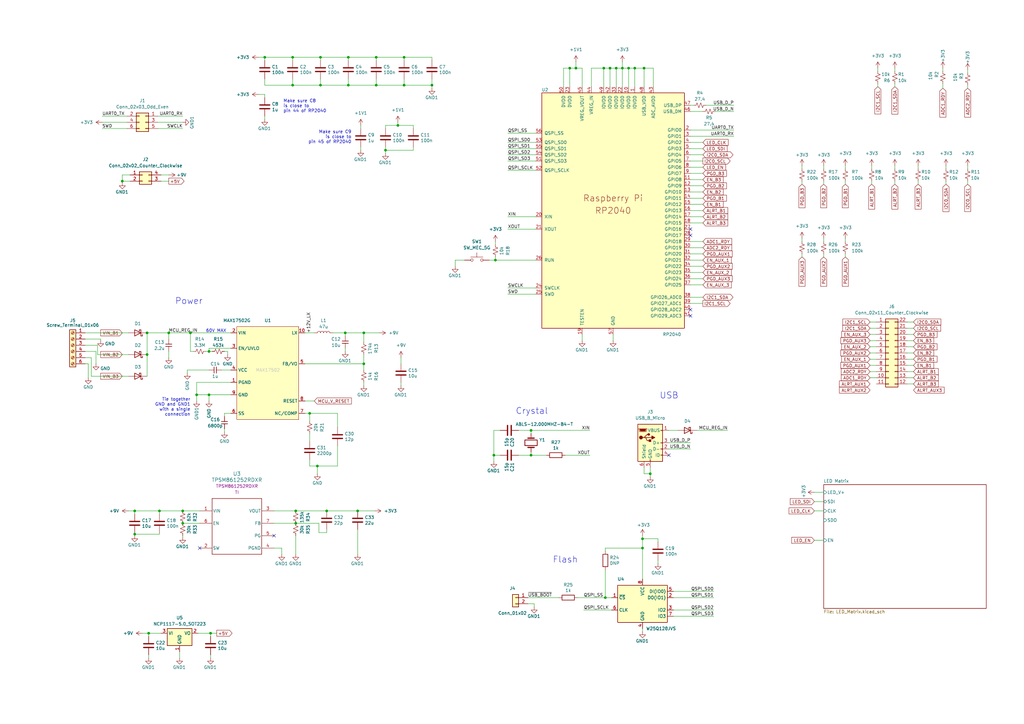
<source format=kicad_sch>
(kicad_sch (version 20230121) (generator eeschema)
  (paper "A3")
  (junction (at 80.645 161.925))
  (junction (at 108.585 23.495))
  (junction (at 217.805 186.69))
  (junction (at 141.605 136.525))
  (junction (at 50.165 74.295))
  (junction (at 69.215 136.525))
  (junction (at 248.285 245.11))
  (junction (at 120.015 23.495))
  (junction (at 74.93 209.55))
  (junction (at 60.325 145.415))
  (junction (at 60.325 136.525))
  (junction (at 130.175 191.135))
  (junction (at 154.305 34.925))
  (junction (at 233.68 27.94))
  (junction (at 165.735 23.495))
  (junction (at 149.225 136.525))
  (junction (at 266.7 194.31))
  (junction (at 85.725 144.145))
  (junction (at 146.685 209.55))
  (junction (at 149.225 149.225))
  (junction (at 252.73 27.94))
  (junction (at 120.015 34.925))
  (junction (at 131.445 23.495))
  (junction (at 60.96 259.715))
  (junction (at 154.305 23.495))
  (junction (at 263.525 220.98))
  (junction (at 86.36 259.715))
  (junction (at 65.405 209.55))
  (junction (at 127 169.545))
  (junction (at 217.805 176.53))
  (junction (at 158.115 61.595))
  (junction (at 177.165 34.925))
  (junction (at 163.195 51.435))
  (junction (at 85.725 161.925))
  (junction (at 263.525 224.79))
  (junction (at 133.985 209.55))
  (junction (at 165.735 34.925))
  (junction (at 250.19 27.94))
  (junction (at 74.93 214.63))
  (junction (at 255.27 27.94))
  (junction (at 247.65 27.94))
  (junction (at 142.875 23.495))
  (junction (at 236.22 27.94))
  (junction (at 55.245 219.075))
  (junction (at 203.2 106.68))
  (junction (at 142.875 34.925))
  (junction (at 260.35 27.94))
  (junction (at 264.16 27.94))
  (junction (at 121.285 214.63))
  (junction (at 121.285 209.55))
  (junction (at 131.445 34.925))
  (junction (at 55.245 209.55))
  (junction (at 78.105 136.525))
  (junction (at 257.81 27.94))
  (junction (at 202.565 186.69))
  (no_connect (at 283.21 96.52))
  (no_connect (at 81.915 224.79))
  (no_connect (at 274.32 186.69))
  (no_connect (at 112.395 219.71))
  (no_connect (at 283.21 93.98))
  (no_connect (at 283.21 129.54))
  (no_connect (at 283.21 127))
  (wire (pts (xy 367.03 27.94) (xy 367.03 29.21)))
  (wire (pts (xy 251.46 137.16) (xy 251.46 139.7)))
  (wire (pts (xy 85.725 164.465) (xy 85.725 161.925)))
  (wire (pts (xy 208.28 63.5) (xy 219.71 63.5)))
  (wire (pts (xy 163.195 50.165) (xy 163.195 51.435)))
  (wire (pts (xy 141.605 142.875) (xy 141.605 144.145)))
  (wire (pts (xy 255.27 25.4) (xy 255.27 27.94)))
  (wire (pts (xy 356.87 134.62) (xy 359.41 134.62)))
  (wire (pts (xy 65.405 209.55) (xy 65.405 210.82)))
  (wire (pts (xy 127 169.545) (xy 127 172.72)))
  (wire (pts (xy 115.57 224.79) (xy 115.57 227.33)))
  (wire (pts (xy 120.015 23.495) (xy 131.445 23.495)))
  (wire (pts (xy 346.71 67.945) (xy 346.71 69.215)))
  (wire (pts (xy 212.725 186.69) (xy 217.805 186.69)))
  (wire (pts (xy 367.03 67.945) (xy 367.03 69.215)))
  (wire (pts (xy 81.28 259.715) (xy 86.36 259.715)))
  (wire (pts (xy 177.165 24.765) (xy 177.165 23.495)))
  (wire (pts (xy 360.045 29.21) (xy 360.045 27.94)))
  (wire (pts (xy 169.545 52.705) (xy 169.545 51.435)))
  (wire (pts (xy 200.66 106.68) (xy 203.2 106.68)))
  (wire (pts (xy 274.32 176.53) (xy 278.13 176.53)))
  (wire (pts (xy 356.87 144.78) (xy 359.41 144.78)))
  (wire (pts (xy 142.875 24.765) (xy 142.875 23.495)))
  (wire (pts (xy 263.525 224.79) (xy 263.525 237.49)))
  (wire (pts (xy 80.645 156.845) (xy 94.615 156.845)))
  (wire (pts (xy 60.96 259.715) (xy 60.96 260.985)))
  (wire (pts (xy 372.11 137.16) (xy 374.65 137.16)))
  (wire (pts (xy 372.11 132.08) (xy 374.65 132.08)))
  (wire (pts (xy 284.48 43.18) (xy 283.21 43.18)))
  (wire (pts (xy 283.21 101.6) (xy 288.29 101.6)))
  (wire (pts (xy 92.075 169.545) (xy 94.615 169.545)))
  (wire (pts (xy 60.96 259.715) (xy 66.04 259.715)))
  (wire (pts (xy 247.65 27.94) (xy 242.57 27.94)))
  (wire (pts (xy 267.97 27.94) (xy 267.97 35.56)))
  (wire (pts (xy 177.165 32.385) (xy 177.165 34.925)))
  (wire (pts (xy 283.21 86.36) (xy 288.29 86.36)))
  (wire (pts (xy 372.11 142.24) (xy 374.65 142.24)))
  (wire (pts (xy 217.805 176.53) (xy 241.935 176.53)))
  (wire (pts (xy 202.565 176.53) (xy 202.565 186.69)))
  (wire (pts (xy 131.445 32.385) (xy 131.445 34.925)))
  (wire (pts (xy 356.87 154.94) (xy 359.41 154.94)))
  (wire (pts (xy 238.76 35.56) (xy 238.76 27.94)))
  (wire (pts (xy 141.605 136.525) (xy 149.225 136.525)))
  (wire (pts (xy 80.645 161.925) (xy 80.645 156.845)))
  (wire (pts (xy 263.525 220.98) (xy 263.525 224.79)))
  (wire (pts (xy 219.075 247.65) (xy 219.075 248.92)))
  (wire (pts (xy 86.36 259.715) (xy 88.9 259.715)))
  (wire (pts (xy 130.81 214.63) (xy 121.285 214.63)))
  (wire (pts (xy 208.28 54.61) (xy 219.71 54.61)))
  (wire (pts (xy 208.28 120.65) (xy 219.71 120.65)))
  (wire (pts (xy 289.56 43.18) (xy 300.99 43.18)))
  (wire (pts (xy 283.21 78.74) (xy 288.29 78.74)))
  (wire (pts (xy 84.455 144.145) (xy 85.725 144.145)))
  (wire (pts (xy 266.7 194.31) (xy 266.7 195.58)))
  (wire (pts (xy 131.445 24.765) (xy 131.445 23.495)))
  (wire (pts (xy 34.925 139.065) (xy 41.275 139.065)))
  (wire (pts (xy 247.65 27.94) (xy 247.65 35.56)))
  (wire (pts (xy 252.73 27.94) (xy 252.73 35.56)))
  (wire (pts (xy 127 169.545) (xy 138.43 169.545)))
  (wire (pts (xy 334.01 201.93) (xy 337.82 201.93)))
  (wire (pts (xy 356.87 152.4) (xy 359.41 152.4)))
  (wire (pts (xy 269.875 222.25) (xy 269.875 220.98)))
  (wire (pts (xy 396.875 36.195) (xy 396.875 34.925)))
  (wire (pts (xy 212.725 176.53) (xy 217.805 176.53)))
  (wire (pts (xy 131.445 34.925) (xy 120.015 34.925)))
  (wire (pts (xy 85.725 144.145) (xy 86.995 144.145)))
  (wire (pts (xy 142.875 23.495) (xy 154.305 23.495)))
  (wire (pts (xy 276.225 252.73) (xy 292.735 252.73)))
  (wire (pts (xy 154.305 23.495) (xy 165.735 23.495)))
  (wire (pts (xy 127 177.8) (xy 127 180.975)))
  (wire (pts (xy 346.71 75.565) (xy 346.71 74.295)))
  (wire (pts (xy 85.725 144.145) (xy 85.725 142.875)))
  (wire (pts (xy 269.875 229.87) (xy 269.875 231.14)))
  (wire (pts (xy 85.725 142.875) (xy 94.615 142.875)))
  (wire (pts (xy 266.7 191.77) (xy 266.7 194.31)))
  (wire (pts (xy 112.395 224.79) (xy 115.57 224.79)))
  (wire (pts (xy 208.28 58.42) (xy 219.71 58.42)))
  (wire (pts (xy 125.095 164.465) (xy 128.905 164.465)))
  (wire (pts (xy 328.93 75.565) (xy 328.93 74.295)))
  (wire (pts (xy 250.19 27.94) (xy 250.19 35.56)))
  (wire (pts (xy 154.305 32.385) (xy 154.305 34.925)))
  (wire (pts (xy 136.525 136.525) (xy 141.605 136.525)))
  (wire (pts (xy 276.225 245.11) (xy 292.735 245.11)))
  (wire (pts (xy 367.03 34.29) (xy 367.03 35.56)))
  (wire (pts (xy 90.805 151.765) (xy 94.615 151.765)))
  (wire (pts (xy 328.93 67.945) (xy 328.93 69.215)))
  (wire (pts (xy 376.555 74.295) (xy 376.555 75.565)))
  (wire (pts (xy 163.195 51.435) (xy 169.545 51.435)))
  (wire (pts (xy 165.735 34.925) (xy 177.165 34.925)))
  (wire (pts (xy 283.21 81.28) (xy 288.29 81.28)))
  (wire (pts (xy 52.705 209.55) (xy 55.245 209.55)))
  (wire (pts (xy 236.22 25.4) (xy 236.22 27.94)))
  (wire (pts (xy 205.105 186.69) (xy 202.565 186.69)))
  (wire (pts (xy 334.01 205.74) (xy 337.82 205.74)))
  (wire (pts (xy 58.42 259.715) (xy 60.96 259.715)))
  (wire (pts (xy 149.225 145.415) (xy 149.225 149.225)))
  (wire (pts (xy 158.115 51.435) (xy 163.195 51.435)))
  (wire (pts (xy 360.045 35.56) (xy 360.045 34.29)))
  (wire (pts (xy 283.21 58.42) (xy 288.29 58.42)))
  (wire (pts (xy 138.43 191.135) (xy 130.175 191.135)))
  (wire (pts (xy 55.245 209.55) (xy 55.245 210.82)))
  (wire (pts (xy 248.285 233.68) (xy 248.285 245.11)))
  (wire (pts (xy 217.805 186.69) (xy 224.155 186.69)))
  (wire (pts (xy 165.735 32.385) (xy 165.735 34.925)))
  (wire (pts (xy 337.82 75.565) (xy 337.82 74.295)))
  (wire (pts (xy 86.36 268.605) (xy 86.36 269.875)))
  (wire (pts (xy 60.325 136.525) (xy 69.215 136.525)))
  (wire (pts (xy 138.43 182.88) (xy 138.43 191.135)))
  (wire (pts (xy 231.14 27.94) (xy 231.14 35.56)))
  (wire (pts (xy 34.925 141.605) (xy 40.005 141.605)))
  (wire (pts (xy 346.71 97.79) (xy 346.71 99.06)))
  (wire (pts (xy 238.76 137.16) (xy 238.76 139.7)))
  (wire (pts (xy 283.21 106.68) (xy 288.29 106.68)))
  (wire (pts (xy 80.645 161.925) (xy 85.725 161.925)))
  (wire (pts (xy 66.04 74.295) (xy 69.215 74.295)))
  (wire (pts (xy 357.505 67.945) (xy 357.505 69.215)))
  (wire (pts (xy 260.35 27.94) (xy 264.16 27.94)))
  (wire (pts (xy 387.985 75.565) (xy 387.985 74.295)))
  (wire (pts (xy 283.21 116.84) (xy 288.29 116.84)))
  (wire (pts (xy 79.375 144.145) (xy 78.105 144.145)))
  (wire (pts (xy 120.015 32.385) (xy 120.015 34.925)))
  (wire (pts (xy 283.21 60.96) (xy 288.29 60.96)))
  (wire (pts (xy 85.725 161.925) (xy 94.615 161.925)))
  (wire (pts (xy 146.685 217.17) (xy 146.685 227.33)))
  (wire (pts (xy 283.21 109.22) (xy 288.29 109.22)))
  (wire (pts (xy 269.875 220.98) (xy 263.525 220.98)))
  (wire (pts (xy 131.445 23.495) (xy 142.875 23.495)))
  (wire (pts (xy 236.22 27.94) (xy 233.68 27.94)))
  (wire (pts (xy 285.75 176.53) (xy 298.45 176.53)))
  (wire (pts (xy 53.34 71.755) (xy 50.165 71.755)))
  (wire (pts (xy 165.735 23.495) (xy 177.165 23.495)))
  (wire (pts (xy 367.03 74.295) (xy 367.03 75.565)))
  (wire (pts (xy 202.565 186.69) (xy 202.565 189.23)))
  (wire (pts (xy 372.11 157.48) (xy 374.65 157.48)))
  (wire (pts (xy 146.685 209.55) (xy 153.67 209.55)))
  (wire (pts (xy 39.37 144.145) (xy 39.37 149.225)))
  (wire (pts (xy 372.11 134.62) (xy 374.65 134.62)))
  (wire (pts (xy 186.69 106.68) (xy 186.69 109.22)))
  (wire (pts (xy 133.985 217.17) (xy 133.985 218.44)))
  (wire (pts (xy 283.21 63.5) (xy 288.29 63.5)))
  (wire (pts (xy 356.87 132.08) (xy 359.41 132.08)))
  (wire (pts (xy 203.2 106.68) (xy 203.2 105.41)))
  (wire (pts (xy 127 188.595) (xy 127 191.135)))
  (wire (pts (xy 80.645 164.465) (xy 80.645 161.925)))
  (wire (pts (xy 283.21 71.12) (xy 288.29 71.12)))
  (wire (pts (xy 283.21 66.04) (xy 288.29 66.04)))
  (wire (pts (xy 283.21 111.76) (xy 288.29 111.76)))
  (wire (pts (xy 50.165 71.755) (xy 50.165 74.295)))
  (wire (pts (xy 264.16 27.94) (xy 264.16 35.56)))
  (wire (pts (xy 66.04 71.755) (xy 69.215 71.755)))
  (wire (pts (xy 76.835 153.035) (xy 76.835 151.765)))
  (wire (pts (xy 356.87 149.86) (xy 359.41 149.86)))
  (wire (pts (xy 158.115 61.595) (xy 169.545 61.595)))
  (wire (pts (xy 283.21 88.9) (xy 288.29 88.9)))
  (wire (pts (xy 154.305 24.765) (xy 154.305 23.495)))
  (wire (pts (xy 164.465 156.845) (xy 164.465 158.115)))
  (wire (pts (xy 283.21 99.06) (xy 288.29 99.06)))
  (wire (pts (xy 288.29 45.72) (xy 283.21 45.72)))
  (wire (pts (xy 108.585 40.005) (xy 108.585 38.735)))
  (wire (pts (xy 40.005 145.415) (xy 52.705 145.415)))
  (wire (pts (xy 64.77 47.625) (xy 74.93 47.625)))
  (wire (pts (xy 106.045 38.735) (xy 108.585 38.735)))
  (wire (pts (xy 242.57 27.94) (xy 242.57 35.56)))
  (wire (pts (xy 74.93 214.63) (xy 81.915 214.63)))
  (wire (pts (xy 328.93 97.79) (xy 328.93 99.06)))
  (wire (pts (xy 276.225 250.19) (xy 292.735 250.19)))
  (wire (pts (xy 73.66 267.335) (xy 73.66 269.875)))
  (wire (pts (xy 53.34 74.295) (xy 50.165 74.295)))
  (wire (pts (xy 372.11 139.7) (xy 374.65 139.7)))
  (wire (pts (xy 125.095 136.525) (xy 128.905 136.525)))
  (wire (pts (xy 121.285 219.71) (xy 121.285 227.33)))
  (wire (pts (xy 357.505 74.295) (xy 357.505 75.565)))
  (wire (pts (xy 34.925 144.145) (xy 39.37 144.145)))
  (wire (pts (xy 283.21 91.44) (xy 288.29 91.44)))
  (wire (pts (xy 372.11 154.94) (xy 374.65 154.94)))
  (wire (pts (xy 229.235 245.11) (xy 216.535 245.11)))
  (wire (pts (xy 372.11 147.32) (xy 374.65 147.32)))
  (wire (pts (xy 149.225 149.225) (xy 149.225 151.765)))
  (wire (pts (xy 238.76 27.94) (xy 236.22 27.94)))
  (wire (pts (xy 130.81 218.44) (xy 130.81 214.63)))
  (wire (pts (xy 60.325 145.415) (xy 60.325 136.525)))
  (wire (pts (xy 106.045 23.495) (xy 108.585 23.495)))
  (wire (pts (xy 337.82 97.79) (xy 337.82 99.06)))
  (wire (pts (xy 276.225 242.57) (xy 292.735 242.57)))
  (wire (pts (xy 133.985 209.55) (xy 146.685 209.55)))
  (wire (pts (xy 147.955 52.705) (xy 147.955 51.435)))
  (wire (pts (xy 283.21 53.34) (xy 300.99 53.34)))
  (wire (pts (xy 283.21 114.3) (xy 288.29 114.3)))
  (wire (pts (xy 65.405 218.44) (xy 65.405 219.075)))
  (wire (pts (xy 41.275 139.065) (xy 41.275 139.7)))
  (wire (pts (xy 64.77 50.165) (xy 74.93 50.165)))
  (wire (pts (xy 169.545 61.595) (xy 169.545 60.325)))
  (wire (pts (xy 55.245 209.55) (xy 65.405 209.55)))
  (wire (pts (xy 154.305 34.925) (xy 142.875 34.925)))
  (wire (pts (xy 387.985 67.945) (xy 387.985 69.215)))
  (wire (pts (xy 372.11 149.86) (xy 374.65 149.86)))
  (wire (pts (xy 264.16 191.77) (xy 264.16 194.31)))
  (wire (pts (xy 208.28 66.04) (xy 219.71 66.04)))
  (wire (pts (xy 41.91 47.625) (xy 52.07 47.625)))
  (wire (pts (xy 248.285 226.06) (xy 248.285 224.79)))
  (wire (pts (xy 372.11 152.4) (xy 374.65 152.4)))
  (wire (pts (xy 121.285 209.55) (xy 133.985 209.55)))
  (wire (pts (xy 92.075 144.145) (xy 93.345 144.145)))
  (wire (pts (xy 120.015 24.765) (xy 120.015 23.495)))
  (wire (pts (xy 334.01 209.55) (xy 337.82 209.55)))
  (wire (pts (xy 231.775 186.69) (xy 241.935 186.69)))
  (wire (pts (xy 37.465 154.305) (xy 52.705 154.305)))
  (wire (pts (xy 125.095 149.225) (xy 149.225 149.225)))
  (wire (pts (xy 274.32 181.61) (xy 283.21 181.61)))
  (wire (pts (xy 93.345 144.145) (xy 93.345 145.415)))
  (wire (pts (xy 356.87 137.16) (xy 359.41 137.16)))
  (wire (pts (xy 165.735 34.925) (xy 154.305 34.925)))
  (wire (pts (xy 41.91 52.705) (xy 52.07 52.705)))
  (wire (pts (xy 158.115 61.595) (xy 158.115 62.865)))
  (wire (pts (xy 108.585 32.385) (xy 108.585 34.925)))
  (wire (pts (xy 203.2 100.33) (xy 203.2 99.06)))
  (wire (pts (xy 76.835 151.765) (xy 85.725 151.765)))
  (wire (pts (xy 372.11 144.78) (xy 374.65 144.78)))
  (wire (pts (xy 356.87 147.32) (xy 359.41 147.32)))
  (wire (pts (xy 257.81 27.94) (xy 257.81 35.56)))
  (wire (pts (xy 120.015 34.925) (xy 108.585 34.925)))
  (wire (pts (xy 40.005 141.605) (xy 40.005 145.415)))
  (wire (pts (xy 34.925 149.225) (xy 36.195 149.225)))
  (wire (pts (xy 255.27 27.94) (xy 252.73 27.94)))
  (wire (pts (xy 252.73 27.94) (xy 250.19 27.94)))
  (wire (pts (xy 283.21 124.46) (xy 288.29 124.46)))
  (wire (pts (xy 108.585 24.765) (xy 108.585 23.495)))
  (wire (pts (xy 142.875 34.925) (xy 131.445 34.925)))
  (wire (pts (xy 337.82 67.945) (xy 337.82 69.215)))
  (wire (pts (xy 208.28 69.85) (xy 219.71 69.85)))
  (wire (pts (xy 55.245 219.075) (xy 55.245 219.71)))
  (wire (pts (xy 133.985 218.44) (xy 130.81 218.44)))
  (wire (pts (xy 217.805 185.42) (xy 217.805 186.69)))
  (wire (pts (xy 205.105 176.53) (xy 202.565 176.53)))
  (wire (pts (xy 264.16 27.94) (xy 267.97 27.94)))
  (wire (pts (xy 108.585 47.625) (xy 108.585 48.895)))
  (wire (pts (xy 203.2 106.68) (xy 219.71 106.68)))
  (wire (pts (xy 283.21 68.58) (xy 288.29 68.58)))
  (wire (pts (xy 386.715 36.195) (xy 386.715 34.29)))
  (wire (pts (xy 149.225 156.845) (xy 149.225 158.115)))
  (wire (pts (xy 78.105 136.525) (xy 94.615 136.525)))
  (wire (pts (xy 283.21 76.2) (xy 288.29 76.2)))
  (wire (pts (xy 92.075 175.895) (xy 92.075 177.165)))
  (wire (pts (xy 60.325 145.415) (xy 60.325 154.305)))
  (wire (pts (xy 328.93 105.41) (xy 328.93 104.14)))
  (wire (pts (xy 208.28 88.9) (xy 219.71 88.9)))
  (wire (pts (xy 158.115 52.705) (xy 158.115 51.435)))
  (wire (pts (xy 346.71 105.41) (xy 346.71 104.14)))
  (wire (pts (xy 260.35 27.94) (xy 260.35 35.56)))
  (wire (pts (xy 55.245 219.075) (xy 65.405 219.075)))
  (wire (pts (xy 356.87 139.7) (xy 359.41 139.7)))
  (wire (pts (xy 158.115 60.325) (xy 158.115 61.595)))
  (wire (pts (xy 142.875 32.385) (xy 142.875 34.925)))
  (wire (pts (xy 86.36 259.715) (xy 86.36 260.985)))
  (wire (pts (xy 216.535 247.65) (xy 219.075 247.65)))
  (wire (pts (xy 186.69 106.68) (xy 190.5 106.68)))
  (wire (pts (xy 283.21 73.66) (xy 288.29 73.66)))
  (wire (pts (xy 55.245 218.44) (xy 55.245 219.075)))
  (wire (pts (xy 34.925 146.685) (xy 37.465 146.685)))
  (wire (pts (xy 177.165 34.925) (xy 177.165 36.195)))
  (wire (pts (xy 74.93 209.55) (xy 81.915 209.55)))
  (wire (pts (xy 396.875 75.565) (xy 396.875 74.295)))
  (wire (pts (xy 208.28 118.11) (xy 219.71 118.11)))
  (wire (pts (xy 263.525 219.71) (xy 263.525 220.98)))
  (wire (pts (xy 138.43 169.545) (xy 138.43 175.26)))
  (wire (pts (xy 283.21 55.88) (xy 300.99 55.88)))
  (wire (pts (xy 248.285 224.79) (xy 263.525 224.79)))
  (wire (pts (xy 250.19 27.94) (xy 247.65 27.94)))
  (wire (pts (xy 257.81 27.94) (xy 260.35 27.94)))
  (wire (pts (xy 283.21 121.92) (xy 288.29 121.92)))
  (wire (pts (xy 112.395 209.55) (xy 121.285 209.55)))
  (wire (pts (xy 248.285 245.11) (xy 250.825 245.11)))
  (wire (pts (xy 208.28 60.96) (xy 219.71 60.96)))
  (wire (pts (xy 239.395 250.19) (xy 250.825 250.19)))
  (wire (pts (xy 337.82 105.41) (xy 337.82 104.14)))
  (wire (pts (xy 125.095 169.545) (xy 127 169.545)))
  (wire (pts (xy 34.925 136.525) (xy 52.705 136.525)))
  (wire (pts (xy 147.955 60.325) (xy 147.955 61.595)))
  (wire (pts (xy 293.37 45.72) (xy 300.99 45.72)))
  (wire (pts (xy 41.91 50.165) (xy 52.07 50.165)))
  (wire (pts (xy 283.21 104.14) (xy 288.29 104.14)))
  (wire (pts (xy 141.605 136.525) (xy 141.605 137.795)))
  (wire (pts (xy 396.875 29.845) (xy 396.875 28.575)))
  (wire (pts (xy 60.96 268.605) (xy 60.96 269.875)))
  (wire (pts (xy 69.215 136.525) (xy 69.215 139.065)))
  (wire (pts (xy 74.93 219.71) (xy 74.93 220.345)))
  (wire (pts (xy 255.27 27.94) (xy 257.81 27.94)))
  (wire (pts (xy 264.16 194.31) (xy 266.7 194.31)))
  (wire (pts (xy 386.715 29.21) (xy 386.715 27.94)))
  (wire (pts (xy 274.32 184.15) (xy 283.21 184.15)))
  (wire (pts (xy 217.805 177.8) (xy 217.805 176.53)))
  (wire (pts (xy 356.87 142.24) (xy 359.41 142.24)))
  (wire (pts (xy 283.21 83.82) (xy 288.29 83.82)))
  (wire (pts (xy 69.215 144.145) (xy 69.215 146.685)))
  (wire (pts (xy 92.075 169.545) (xy 92.075 170.815)))
  (wire (pts (xy 149.225 136.525) (xy 149.225 140.335)))
  (wire (pts (xy 50.165 74.295) (xy 50.165 74.93)))
  (wire (pts (xy 233.68 27.94) (xy 233.68 35.56)))
  (wire (pts (xy 108.585 23.495) (xy 120.015 23.495)))
  (wire (pts (xy 65.405 209.55) (xy 74.93 209.55)))
  (wire (pts (xy 255.27 27.94) (xy 255.27 35.56)))
  (wire (pts (xy 208.28 93.98) (xy 219.71 93.98)))
  (wire (pts (xy 36.195 149.225) (xy 36.195 154.94)))
  (wire (pts (xy 376.555 67.945) (xy 376.555 69.215)))
  (wire (pts (xy 334.01 221.615) (xy 337.82 221.615)))
  (wire (pts (xy 112.395 214.63) (xy 121.285 214.63)))
  (wire (pts (xy 149.225 136.525) (xy 155.575 136.525)))
  (wire (pts (xy 64.77 52.705) (xy 74.93 52.705)))
  (wire (pts (xy 236.855 245.11) (xy 248.285 245.11)))
  (wire (pts (xy 263.525 257.81) (xy 263.525 259.08)))
  (wire (pts (xy 78.105 144.145) (xy 78.105 136.525)))
  (wire (pts (xy 130.175 191.135) (xy 127 191.135)))
  (wire (pts (xy 130.175 191.135) (xy 130.175 194.31)))
  (wire (pts (xy 164.465 146.685) (xy 164.465 149.225)))
  (wire (pts (xy 396.875 67.945) (xy 396.875 69.215)))
  (wire (pts (xy 233.68 27.94) (xy 231.14 27.94)))
  (wire (pts (xy 37.465 146.685) (xy 37.465 154.305)))
  (wire (pts (xy 69.215 136.525) (xy 78.105 136.525)))
  (wire (pts (xy 165.735 24.765) (xy 165.735 23.495)))
  (text "60V MAX" (at 84.455 136.525 0) (effects (font (size 1.27 1.27)) (justify left bottom)))
  (text "Make sure C8\nis close to\npin 44 of RP2040" (at 116.205 46.355 0) (effects (font (size 1.27 1.27)) (justify left bottom)))
  (text "Make sure C9\nis close to\npin 45 of RP2040" (at 144.145 59.055 0) (effects (font (size 1.27 1.27)) (justify right bottom)))
  (text "Flash" (at 226.695 231.14 0) (effects (font (size 2.54 2.54)) (justify left bottom)))
  (text "USB" (at 270.51 163.83 0) (effects (font (size 2.54 2.54)) (justify left bottom)))
  (text "Crystal" (at 211.455 170.18 0) (effects (font (size 2.54 2.54)) (justify left bottom)))
  (text "Power" (at 71.755 125.095 0) (effects (font (size 2.54 2.54)) (justify left bottom)))
  (text "Tie together\nGND and GND1\nwith a single\nconnection" (at 78.105 170.815 0) (effects (font (size 1.27 1.27)) (justify right bottom)))
  (label "QSPI_SS" (at 208.28 54.61 0))
  (label "QSPI_SD1" (at 208.28 60.96 0))
  (label "USB_D_N" (at 283.21 184.15 180))
  (label "USB_D_P" (at 283.21 181.61 180))
  (label "MCU_REG_IN" (at 298.45 176.53 180))
  (label "QSPI_SD3" (at 208.28 66.04 0))
  (label "XOUT" (at 241.935 186.69 180))
  (label "XIN" (at 208.28 88.9 0))
  (label "XOUT" (at 208.28 93.98 0))
  (label "QSPI_SCLK" (at 239.395 250.19 0))
  (label "SWD" (at 208.28 120.65 0))
  (label "QSPI_SD0" (at 208.28 58.42 0))
  (label "~{USB_BOOT}" (at 216.535 245.11 0))
  (label "QSPI_SD1" (at 292.735 245.11 180))
  (label "+12V_LX" (at 127.635 136.525 90))
  (label "XIN" (at 241.935 176.53 180))
  (label "UART0_TX" (at 300.99 53.34 180))
  (label "SWCLK" (at 74.93 52.705 180))
  (label "UART0_TX" (at 41.91 47.625 0))
  (label "USB_D_P" (at 300.99 43.18 180))
  (label "UART0_RX" (at 300.99 55.88 180))
  (label "USB_D_N" (at 300.99 45.72 180))
  (label "MCU_REG_IN" (at 69.215 136.525 0))
  (label "QSPI_SD3" (at 292.735 252.73 180))
  (label "QSPI_SD2" (at 292.735 250.19 180))
  (label "SWCLK" (at 208.28 118.11 0))
  (label "SWD" (at 41.91 52.705 0))
  (label "QSPI_SD0" (at 292.735 242.57 180))
  (label "QSPI_SCLK" (at 208.28 69.85 0))
  (label "QSPI_SS" (at 239.395 245.11 0))
  (label "UART0_RX" (at 74.93 47.625 180))
  (label "QSPI_SD2" (at 208.28 63.5 0))
  (global_label "ADC2_RDY" (shape input) (at 288.29 101.6 0) (property "Intersheetrefs" "${INTERSHEET_REFS}" (effects hide)))
  (global_label "+5V" (shape output) (at 88.9 259.715 0) (property "Intersheetrefs" "${INTERSHEET_REFS}" (effects hide)))
  (global_label "ALRT_AUX3" (shape input) (at 374.65 160.02 0) (property "Intersheetrefs" "${INTERSHEET_REFS}" (effects hide)))
  (global_label "EN_B1" (shape input) (at 374.65 149.86 0) (property "Intersheetrefs" "${INTERSHEET_REFS}" (effects hide)))
  (global_label "EN_AUX_3" (shape input) (at 356.87 137.16 180) (property "Intersheetrefs" "${INTERSHEET_REFS}" (effects hide)))
  (global_label "PGD_AUX3" (shape input) (at 356.87 139.7 180) (property "Intersheetrefs" "${INTERSHEET_REFS}" (effects hide)))
  (global_label "I2C1_SCL" (shape output) (at 288.29 124.46 0) (property "Intersheetrefs" "${INTERSHEET_REFS}" (effects hide)))
  (global_label "ALRT_B2" (shape input) (at 374.65 154.94 0) (property "Intersheetrefs" "${INTERSHEET_REFS}" (effects hide)))
  (global_label "I2C0_SDA" (shape bidirectional) (at 288.29 63.5 0) (property "Intersheetrefs" "${INTERSHEET_REFS}" (effects hide)))
  (global_label "I2C0_SCL" (shape output) (at 288.29 66.04 0) (property "Intersheetrefs" "${INTERSHEET_REFS}" (effects hide)))
  (global_label "ADC2_RDY" (shape input) (at 356.87 152.4 180) (property "Intersheetrefs" "${INTERSHEET_REFS}" (effects hide)))
  (global_label "ALRT_AUX1" (shape input) (at 356.87 157.48 180) (property "Intersheetrefs" "${INTERSHEET_REFS}" (effects hide)))
  (global_label "+5V" (shape output) (at 69.215 74.295 0) (property "Intersheetrefs" "${INTERSHEET_REFS}" (effects hide)))
  (global_label "ADC1_RDY" (shape input) (at 386.715 36.195 270) (property "Intersheetrefs" "${INTERSHEET_REFS}" (effects hide)))
  (global_label "ADC2_RDY" (shape input) (at 396.875 36.195 270) (property "Intersheetrefs" "${INTERSHEET_REFS}" (effects hide)))
  (global_label "PGD_AUX3" (shape input) (at 328.93 105.41 270) (property "Intersheetrefs" "${INTERSHEET_REFS}" (effects hide)))
  (global_label "I2C0_SDA" (shape input) (at 387.985 75.565 270) (property "Intersheetrefs" "${INTERSHEET_REFS}" (effects hide)))
  (global_label "ALRT_B2" (shape input) (at 367.03 75.565 270) (property "Intersheetrefs" "${INTERSHEET_REFS}" (effects hide)))
  (global_label "EN_AUX_3" (shape input) (at 288.29 116.84 0) (property "Intersheetrefs" "${INTERSHEET_REFS}" (effects hide)))
  (global_label "I2C1_SCL" (shape input) (at 360.045 35.56 270) (property "Intersheetrefs" "${INTERSHEET_REFS}" (effects hide)))
  (global_label "EN_AUX_1" (shape input) (at 356.87 147.32 180) (property "Intersheetrefs" "${INTERSHEET_REFS}" (effects hide)))
  (global_label "EN_AUX_2" (shape input) (at 356.87 142.24 180) (property "Intersheetrefs" "${INTERSHEET_REFS}" (effects hide)))
  (global_label "PGD_AUX3" (shape input) (at 288.29 114.3 0) (property "Intersheetrefs" "${INTERSHEET_REFS}" (effects hide)))
  (global_label "EN_B3" (shape input) (at 288.29 73.66 0) (property "Intersheetrefs" "${INTERSHEET_REFS}" (effects hide)))
  (global_label "ALRT_AUX2" (shape input) (at 356.87 160.02 180) (property "Intersheetrefs" "${INTERSHEET_REFS}" (effects hide)))
  (global_label "PGD_B2" (shape input) (at 374.65 142.24 0) (property "Intersheetrefs" "${INTERSHEET_REFS}" (effects hide)))
  (global_label "I2C0_SCL" (shape input) (at 396.875 75.565 270) (property "Intersheetrefs" "${INTERSHEET_REFS}" (effects hide)))
  (global_label "I2C1_SCL" (shape input) (at 356.87 132.08 180) (property "Intersheetrefs" "${INTERSHEET_REFS}" (effects hide)))
  (global_label "LED_SDI" (shape input) (at 288.29 60.96 0) (property "Intersheetrefs" "${INTERSHEET_REFS}" (effects hide)))
  (global_label "ALRT_B2" (shape input) (at 288.29 88.9 0) (property "Intersheetrefs" "${INTERSHEET_REFS}" (effects hide)))
  (global_label "ALRT_B3" (shape input) (at 288.29 91.44 0) (property "Intersheetrefs" "${INTERSHEET_REFS}" (effects hide)))
  (global_label "VIN_B3" (shape input) (at 50.165 154.305 180) (property "Intersheetrefs" "${INTERSHEET_REFS}" (effects hide)))
  (global_label "PGD_AUX2" (shape input) (at 337.82 105.41 270) (property "Intersheetrefs" "${INTERSHEET_REFS}" (effects hide)))
  (global_label "PGD_AUX1" (shape input) (at 356.87 149.86 180) (property "Intersheetrefs" "${INTERSHEET_REFS}" (effects hide)))
  (global_label "PGD_AUX2" (shape input) (at 288.29 109.22 0) (property "Intersheetrefs" "${INTERSHEET_REFS}" (effects hide)))
  (global_label "PGD_AUX1" (shape input) (at 346.71 105.41 270) (property "Intersheetrefs" "${INTERSHEET_REFS}" (effects hide)))
  (global_label "PGD_B1" (shape input) (at 346.71 75.565 270) (property "Intersheetrefs" "${INTERSHEET_REFS}" (effects hide)))
  (global_label "EN_AUX_1" (shape input) (at 288.29 106.68 0) (property "Intersheetrefs" "${INTERSHEET_REFS}" (effects hide)))
  (global_label "ALRT_B1" (shape input) (at 374.65 152.4 0) (property "Intersheetrefs" "${INTERSHEET_REFS}" (effects hide)))
  (global_label "PGD_B2" (shape input) (at 288.29 76.2 0) (property "Intersheetrefs" "${INTERSHEET_REFS}" (effects hide)))
  (global_label "VIN_B1" (shape input) (at 50.165 136.525 180) (property "Intersheetrefs" "${INTERSHEET_REFS}" (effects hide)))
  (global_label "ADC1_RDY" (shape input) (at 356.87 154.94 180) (property "Intersheetrefs" "${INTERSHEET_REFS}" (effects hide)))
  (global_label "I2C1_SDA" (shape input) (at 356.87 134.62 180) (property "Intersheetrefs" "${INTERSHEET_REFS}" (effects hide)))
  (global_label "LED_CLK" (shape input) (at 288.29 58.42 0) (property "Intersheetrefs" "${INTERSHEET_REFS}" (effects hide)))
  (global_label "PGD_B1" (shape input) (at 374.65 147.32 0) (property "Intersheetrefs" "${INTERSHEET_REFS}" (effects hide)))
  (global_label "LED_EN" (shape input) (at 288.29 68.58 0) (property "Intersheetrefs" "${INTERSHEET_REFS}" (effects hide)))
  (global_label "PGD_B3" (shape input) (at 374.65 137.16 0) (property "Intersheetrefs" "${INTERSHEET_REFS}" (effects hide)))
  (global_label "ADC1_RDY" (shape input) (at 288.29 99.06 0) (property "Intersheetrefs" "${INTERSHEET_REFS}" (effects hide)))
  (global_label "PGD_B3" (shape input) (at 328.93 75.565 270) (property "Intersheetrefs" "${INTERSHEET_REFS}" (effects hide)))
  (global_label "LED_EN" (shape input) (at 334.01 221.615 180) (property "Intersheetrefs" "${INTERSHEET_REFS}" (effects hide)))
  (global_label "EN_B3" (shape input) (at 374.65 139.7 0) (property "Intersheetrefs" "${INTERSHEET_REFS}" (effects hide)))
  (global_label "PGD_B1" (shape input) (at 288.29 81.28 0) (property "Intersheetrefs" "${INTERSHEET_REFS}" (effects hide)))
  (global_label "VIN_B2" (shape input) (at 50.165 145.415 180) (property "Intersheetrefs" "${INTERSHEET_REFS}" (effects hide)))
  (global_label "ALRT_B3" (shape input) (at 376.555 75.565 270) (property "Intersheetrefs" "${INTERSHEET_REFS}" (effects hide)))
  (global_label "ALRT_B1" (shape input) (at 288.29 86.36 0) (property "Intersheetrefs" "${INTERSHEET_REFS}" (effects hide)))
  (global_label "I2C0_SCL" (shape input) (at 374.65 134.62 0) (property "Intersheetrefs" "${INTERSHEET_REFS}" (effects hide)))
  (global_label "MCU_V_RESET" (shape input) (at 128.905 164.465 0) (property "Intersheetrefs" "${INTERSHEET_REFS}" (effects hide)))
  (global_label "I2C1_SDA" (shape bidirectional) (at 288.29 121.92 0) (property "Intersheetrefs" "${INTERSHEET_REFS}" (effects hide)))
  (global_label "PGD_AUX1" (shape input) (at 288.29 104.14 0) (property "Intersheetrefs" "${INTERSHEET_REFS}" (effects hide)))
  (global_label "PGD_AUX2" (shape input) (at 356.87 144.78 180) (property "Intersheetrefs" "${INTERSHEET_REFS}" (effects hide)))
  (global_label "EN_B2" (shape input) (at 288.29 78.74 0) (property "Intersheetrefs" "${INTERSHEET_REFS}" (effects hide)))
  (global_label "ALRT_B1" (shape input) (at 357.505 75.565 270) (property "Intersheetrefs" "${INTERSHEET_REFS}" (effects hide)))
  (global_label "I2C0_SDA" (shape input) (at 374.65 132.08 0) (property "Intersheetrefs" "${INTERSHEET_REFS}" (effects hide)))
  (global_label "LED_SDI" (shape input) (at 334.01 205.74 180) (property "Intersheetrefs" "${INTERSHEET_REFS}" (effects hide)))
  (global_label "I2C1_SDA" (shape input) (at 367.03 35.56 270) (property "Intersheetrefs" "${INTERSHEET_REFS}" (effects hide)))
  (global_label "EN_B2" (shape input) (at 374.65 144.78 0) (property "Intersheetrefs" "${INTERSHEET_REFS}" (effects hide)))
  (global_label "LED_CLK" (shape input) (at 334.01 209.55 180) (property "Intersheetrefs" "${INTERSHEET_REFS}" (effects hide)))
  (global_label "PGD_B3" (shape input) (at 288.29 71.12 0) (property "Intersheetrefs" "${INTERSHEET_REFS}" (effects hide)))
  (global_label "ALRT_B3" (shape input) (at 374.65 157.48 0) (property "Intersheetrefs" "${INTERSHEET_REFS}" (effects hide)))
  (global_label "EN_B1" (shape input) (at 288.29 83.82 0) (property "Intersheetrefs" "${INTERSHEET_REFS}" (effects hide)))
  (global_label "EN_AUX_2" (shape input) (at 288.29 111.76 0) (property "Intersheetrefs" "${INTERSHEET_REFS}" (effects hide)))
  (global_label "PGD_B2" (shape input) (at 337.82 75.565 270) (property "Intersheetrefs" "${INTERSHEET_REFS}" (effects hide)))
  (symbol (lib_id "power:+9V") (at 52.705 209.55 90) (unit 1)
    (property "Reference" "#PWR043" (effects hide))
    (property "Value" "+12V" (at 48.895 209.55 90) (effects (justify left)))
  )
  (symbol (lib_id "power:GND1") (at 74.93 50.165 90) (unit 1)
    (property "Reference" "#PWR06" (effects hide))
    (property "Value" "GND1" (at 78.74 47.625 0) (effects (justify right)))
  )
  (symbol (lib_id "power:GND") (at 41.275 139.7 0) (unit 1)
    (property "Reference" "#PWR064" (effects hide))
    (property "Value" "GND" (at 45.085 140.97 0))
  )
  (symbol (lib_id "Device:R_Small_US") (at 337.82 71.755 180) (unit 1)
    (property "Reference" "R17" (at 339.725 70.485 0) (effects (justify right)))
    (property "Value" "100k" (at 339.725 73.025 0) (effects (justify right)))
    (property "Footprint" "Resistor_SMD:R_0603_1608Metric" (effects hide))
  )
  (symbol (lib_id "power:+3V3") (at 328.93 67.945 0) (unit 1)
    (property "Reference" "#PWR041" (effects hide))
    (property "Value" "+3V3" (at 328.93 63.5 0))
  )
  (symbol (lib_id "power:+3V3") (at 386.715 27.94 0) (unit 1)
    (property "Reference" "#PWR09" (effects hide))
    (property "Value" "+3V3" (at 386.715 22.86 90))
  )
  (symbol (lib_id "power:GND1") (at 149.225 158.115 0) (unit 1)
    (property "Reference" "#PWR032" (effects hide))
    (property "Value" "GND1" (at 151.765 161.925 0) (effects (justify right)))
  )
  (symbol (lib_id "RP2040_minimal-rescue:W25Q128JVS-Memory_Flash") (at 263.525 247.65 0) (unit 1)
    (property "Reference" "U4" (at 254.635 237.49 0))
    (property "Value" "W25Q128JVS" (at 271.145 257.81 0))
    (property "Footprint" "Package_SO:SOIC-8_5.23x5.23mm_P1.27mm" (effects hide))
    (property "Datasheet" "http://www.winbond.com/resource-files/w25q128jv_dtr%20revc%2003272018%20plus.pdf" (effects hide))
  )
  (symbol (lib_id "Device:R_Small_US") (at 127 175.26 0) (unit 1)
    (property "Reference" "R21" (at 132.08 175.26 90))
    (property "Value" "20k" (at 129.54 175.26 90))
    (property "Footprint" "Resistor_SMD:R_0402_1005Metric" (effects hide))
    (property "Manufacturer" "Vishay" (effects hide))
  )
  (symbol (lib_id "power:GND1") (at 177.165 36.195 0) (unit 1)
    (property "Reference" "#PWR02" (effects hide))
    (property "Value" "GND1" (at 179.705 40.005 0) (effects (justify right)))
  )
  (symbol (lib_id "power:+3V3") (at 387.985 67.945 0) (unit 1)
    (property "Reference" "#PWR026" (effects hide))
    (property "Value" "+3V3" (at 387.985 62.865 0))
  )
  (symbol (lib_id "power:+9V") (at 69.215 71.755 270) (unit 1)
    (property "Reference" "#PWR017" (effects hide))
    (property "Value" "+12V" (at 72.39 71.755 90) (effects (justify left)))
  )
  (symbol (lib_id "Device:C") (at 177.165 28.575 0) (unit 1)
    (property "Reference" "C7" (at 180.086 27.4066 0) (effects (justify left)))
    (property "Value" "100n" (at 180.086 29.718 0) (effects (justify left)))
    (property "Footprint" "Capacitor_SMD:C_0402_1005Metric" (effects hide))
  )
  (symbol (lib_id "Device:R_Small_US") (at 121.285 212.09 0) (unit 1)
    (property "Reference" "R34" (at 126.365 212.09 90))
    (property "Value" "135k" (at 123.825 212.09 90))
    (property "Footprint" "Resistor_SMD:R_0402_1005Metric" (effects hide))
  )
  (symbol (lib_id "Device:R_Small_US") (at 89.535 144.145 90) (unit 1)
    (property "Reference" "R15" (at 89.535 139.065 90))
    (property "Value" "453k" (at 89.535 141.605 90))
    (property "Footprint" "Resistor_SMD:R_0402_1005Metric" (effects hide))
    (property "Datasheet" "https://www.vishay.com/doc?28773" (effects hide))
    (property "Manufacturer" "Vishay" (effects hide))
  )
  (symbol (lib_id "Device:R_Small_US") (at 149.225 154.305 0) (unit 1)
    (property "Reference" "R16" (at 154.305 154.305 90))
    (property "Value" "14k" (at 151.765 154.305 90))
    (property "Footprint" "Resistor_SMD:R_0402_1005Metric" (effects hide))
    (property "Manufacturer" "Vishay" (effects hide))
  )
  (symbol (lib_id "power:+3V3") (at 153.67 209.55 270) (unit 1)
    (property "Reference" "#PWR082" (effects hide))
    (property "Value" "+3V3" (at 157.48 209.55 90) (effects (justify left)))
  )
  (symbol (lib_id "Device:R_Small_US") (at 290.83 45.72 270) (unit 1)
    (property "Reference" "R5" (at 290.83 48.26 90))
    (property "Value" "27.4" (at 290.83 50.8 90))
    (property "Footprint" "Resistor_SMD:R_0402_1005Metric" (effects hide))
  )
  (symbol (lib_id "Device:R_Small_US") (at 396.875 32.385 180) (unit 1)
    (property "Reference" "R3" (at 394.335 29.845 90) (effects (justify left)))
    (property "Value" "10k" (at 391.795 29.845 90) (effects (justify left)))
    (property "Footprint" "Resistor_SMD:R_0603_1608Metric" (effects hide))
  )
  (symbol (lib_id "Device:L") (at 132.715 136.525 90) (unit 1)
    (property "Reference" "L1" (at 132.715 131.445 90))
    (property "Value" "47u" (at 132.715 133.985 90))
    (property "Footprint" "Inductor_SMD:L_12x12mm_H6mm" (effects hide))
    (property "Datasheet" "https://www.mouser.com/datasheet/2/597/mss1260-270744.pdf" (effects hide))
    (property "MPN" "MSS1260-473ML" (effects hide))
  )
  (symbol (lib_id "Device:R_Small_US") (at 81.915 144.145 90) (unit 1)
    (property "Reference" "R14" (at 81.915 139.065 90))
    (property "Value" "3.3M" (at 81.915 141.605 90))
    (property "Footprint" "Resistor_SMD:R_0402_1005Metric" (effects hide))
    (property "Datasheet" "https://www.vishay.com/doc?28773" (effects hide))
    (property "Manufacturer" "Vishay" (effects hide))
  )
  (symbol (lib_id "power:+1V1") (at 236.22 25.4 0) (unit 1)
    (property "Reference" "#PWR03" (effects hide))
    (property "Value" "+1V1" (at 236.22 20.32 0))
  )
  (symbol (lib_id "power:GND1") (at 263.525 259.08 0) (unit 1)
    (property "Reference" "#PWR057" (effects hide))
    (property "Value" "GND1" (at 266.065 262.89 0) (effects (justify right)))
  )
  (symbol (lib_id "Connector_Generic:Conn_02x02_Counter_Clockwise") (at 58.42 71.755 0) (unit 1)
    (property "Reference" "J2" (at 59.69 65.405 0))
    (property "Value" "Conn_02x02_Counter_Clockwise" (at 59.69 67.945 0))
    (property "Footprint" "Connector_PinHeader_2.54mm:PinHeader_2x02_P2.54mm_Vertical" (effects hide))
  )
  (symbol (lib_id "Connector:USB_B_Micro") (at 266.7 181.61 0) (unit 1)
    (property "Reference" "J3" (at 266.7 168.91 0))
    (property "Value" "USB_B_Micro" (at 266.7 171.45 0))
    (property "Footprint" "Connector_USB:USB_Micro-B_Wuerth_629105150521_CircularHoles" (effects hide))
  )
  (symbol (lib_id "power:+9V") (at 58.42 259.715 90) (unit 1)
    (property "Reference" "#PWR059" (effects hide))
    (property "Value" "+12V" (at 54.61 259.715 90) (effects (justify left)))
  )
  (symbol (lib_id "power:+9V") (at 155.575 136.525 270) (unit 1)
    (property "Reference" "#PWR020" (effects hide))
    (property "Value" "+12V" (at 159.385 136.525 90) (effects (justify left)))
  )
  (symbol (lib_id "power:GND1") (at 202.565 189.23 0) (unit 1)
    (property "Reference" "#PWR056" (effects hide))
    (property "Value" "GND1" (at 205.105 193.04 0) (effects (justify right)))
  )
  (symbol (lib_id "power:+9V") (at 164.465 146.685 0) (unit 1)
    (property "Reference" "#PWR029" (effects hide))
    (property "Value" "+12V" (at 164.465 141.605 0))
  )
  (symbol (lib_id "power:+3V3") (at 334.01 201.93 90) (unit 1)
    (property "Reference" "#PWR074" (effects hide))
    (property "Value" "+3V3" (at 329.6158 201.549 0))
  )
  (symbol (lib_id "Device:R_Small_US") (at 121.285 217.17 0) (unit 1)
    (property "Reference" "R35" (at 126.365 217.17 90))
    (property "Value" "30k" (at 123.825 217.17 90))
    (property "Footprint" "Resistor_SMD:R_0402_1005Metric" (effects hide))
  )
  (symbol (lib_id "Maxim:MAX17502_TDFN") (at 95.885 132.715 0) (unit 1)
    (property "Reference" "U1" (at 109.855 131.445 0))
    (property "Value" "MAX17502G" (at 97.155 131.445 0))
    (property "Footprint" "Maxim:TDFN" (effects hide))
    (property "Datasheet" "https://www.mouser.com/datasheet/2/609/MAX17502-3127377.pdf" (effects hide))
  )
  (symbol (lib_id "Device:C") (at 208.915 176.53 270) (unit 1)
    (property "Reference" "C20" (at 210.0834 179.451 0) (effects (justify left)))
    (property "Value" "15p" (at 207.772 179.451 0) (effects (justify left)))
    (property "Footprint" "Capacitor_SMD:C_0402_1005Metric" (effects hide))
  )
  (symbol (lib_id "power:GND1") (at 74.93 220.345 0) (unit 1)
    (property "Reference" "#PWR045" (effects hide))
    (property "Value" "GND1" (at 77.47 224.155 0) (effects (justify right)))
  )
  (symbol (lib_id "Device:C") (at 158.115 56.515 0) (unit 1)
    (property "Reference" "C10" (at 161.036 55.3466 0) (effects (justify left)))
    (property "Value" "100n" (at 161.036 57.658 0) (effects (justify left)))
    (property "Footprint" "Capacitor_SMD:C_0402_1005Metric" (effects hide))
  )
  (symbol (lib_id "Device:R_Small_US") (at 376.555 71.755 0) (unit 1)
    (property "Reference" "R10" (at 377.825 70.485 0) (effects (justify left)))
    (property "Value" "10k" (at 377.825 73.025 0) (effects (justify left)))
    (property "Footprint" "Resistor_SMD:R_0603_1608Metric" (effects hide))
  )
  (symbol (lib_id "Device:D_Schottky") (at 281.94 176.53 180) (unit 1)
    (property "Reference" "D4" (at 281.94 172.72 0))
    (property "Value" "PMEG10030ELPX" (effects hide))
    (property "Footprint" "Diode_SMD:D_SOD-128" (effects hide))
    (property "Datasheet" "https://www.mouser.com/datasheet/2/916/PMEG10030ELP-2938484.pdf" (effects hide))
  )
  (symbol (lib_id "power:GND1") (at 121.285 227.33 0) (unit 1)
    (property "Reference" "#PWR047" (effects hide))
    (property "Value" "GND1" (at 123.825 231.14 0) (effects (justify right)))
  )
  (symbol (lib_id "power:GND") (at 76.835 153.035 0) (unit 1)
    (property "Reference" "#PWR031" (effects hide))
    (property "Value" "GND" (at 76.835 158.115 90))
  )
  (symbol (lib_id "Device:R") (at 233.045 245.11 270) (unit 1)
    (property "Reference" "R25" (at 233.045 239.8522 90))
    (property "Value" "1k" (at 233.045 242.1636 90))
    (property "Footprint" "Resistor_SMD:R_0603_1608Metric" (effects hide))
  )
  (symbol (lib_id "power:GND1") (at 269.875 231.14 0) (unit 1)
    (property "Reference" "#PWR053" (effects hide))
    (property "Value" "GND1" (at 272.415 234.95 0) (effects (justify right)))
  )
  (symbol (lib_id "Device:R_Small_US") (at 287.02 43.18 270) (unit 1)
    (property "Reference" "R4" (at 287.02 38.1 90))
    (property "Value" "27.4" (at 287.02 40.64 90))
    (property "Footprint" "Resistor_SMD:R_0402_1005Metric" (effects hide))
  )
  (symbol (lib_id "power:GND1") (at 108.585 48.895 0) (unit 1)
    (property "Reference" "#PWR011" (effects hide))
    (property "Value" "GND1" (at 111.125 52.705 0) (effects (justify right)))
  )
  (symbol (lib_id "Device:C") (at 208.915 186.69 270) (unit 1)
    (property "Reference" "C21" (at 210.0834 189.611 0) (effects (justify left)))
    (property "Value" "15p" (at 207.772 189.611 0) (effects (justify left)))
    (property "Footprint" "Capacitor_SMD:C_0402_1005Metric" (effects hide))
  )
  (symbol (lib_id "power:GND1") (at 219.075 248.92 0) (unit 1)
    (property "Reference" "#PWR055" (effects hide))
    (property "Value" "GND1" (at 221.615 252.73 0) (effects (justify right)))
  )
  (symbol (lib_id "Device:R_Small_US") (at 203.2 102.87 0) (unit 1)
    (property "Reference" "R18" (at 208.28 102.87 90))
    (property "Value" "10k" (at 205.74 102.87 90))
    (property "Footprint" "Resistor_SMD:R_0603_1608Metric" (effects hide))
  )
  (symbol (lib_id "Device:C") (at 154.305 28.575 0) (unit 1)
    (property "Reference" "C5" (at 157.226 27.4066 0) (effects (justify left)))
    (property "Value" "100n" (at 157.226 29.718 0) (effects (justify left)))
    (property "Footprint" "Capacitor_SMD:C_0402_1005Metric" (effects hide))
  )
  (symbol (lib_id "power:GND1") (at 115.57 227.33 0) (unit 1)
    (property "Reference" "#PWR046" (effects hide))
    (property "Value" "GND1" (at 118.11 231.14 0) (effects (justify right)))
  )
  (symbol (lib_id "power:+3V3") (at 367.03 67.945 0) (unit 1)
    (property "Reference" "#PWR022" (effects hide))
    (property "Value" "+3V3" (at 367.03 62.865 0))
  )
  (symbol (lib_id "power:+3V3") (at 337.82 97.79 0) (unit 1)
    (property "Reference" "#PWR054" (effects hide))
    (property "Value" "+3V3" (at 337.82 93.345 0))
  )
  (symbol (lib_id "power:GND") (at 36.195 154.94 0) (unit 1)
    (property "Reference" "#PWR066" (effects hide))
    (property "Value" "GND" (at 36.195 158.75 0))
  )
  (symbol (lib_id "Device:R_Small_US") (at 74.93 212.09 0) (unit 1)
    (property "Reference" "R32" (at 80.01 212.09 90))
    (property "Value" "62k" (at 77.47 212.09 90))
    (property "Footprint" "Resistor_SMD:R_0402_1005Metric" (effects hide))
  )
  (symbol (lib_id "Connector_Generic:Conn_02x03_Odd_Even") (at 59.69 50.165 0) (mirror y) (unit 1)
    (property "Reference" "J1" (at 58.42 41.275 0))
    (property "Value" "Conn_02x03_Odd_Even" (at 58.42 43.815 0))
    (property "Footprint" "Connector_PinHeader_2.54mm:PinHeader_2x03_P2.54mm_Horizontal" (effects hide))
  )
  (symbol (lib_id "power:+3V3") (at 263.525 219.71 0) (unit 1)
    (property "Reference" "#PWR049" (effects hide))
    (property "Value" "+3V3" (at 263.906 215.3158 0))
  )
  (symbol (lib_id "Device:D_Schottky") (at 56.515 136.525 180) (unit 1)
    (property "Reference" "D1" (at 56.515 132.715 0))
    (property "Value" "PMEG10030ELPX" (effects hide))
    (property "Footprint" "Diode_SMD:D_SOD-128" (effects hide))
    (property "Datasheet" "https://www.mouser.com/datasheet/2/916/PMEG10030ELP-2938484.pdf" (effects hide))
  )
  (symbol (lib_id "power:+1V1") (at 163.195 50.165 0) (unit 1)
    (property "Reference" "#PWR012" (effects hide))
    (property "Value" "+1V1" (at 163.195 45.085 0))
  )
  (symbol (lib_id "Device:C") (at 108.585 28.575 0) (unit 1)
    (property "Reference" "C1" (at 111.506 27.4066 0) (effects (justify left)))
    (property "Value" "100n" (at 111.506 29.718 0) (effects (justify left)))
    (property "Footprint" "Capacitor_SMD:C_0402_1005Metric" (effects hide))
  )
  (symbol (lib_id "power:GND1") (at 251.46 139.7 0) (unit 1)
    (property "Reference" "#PWR051" (effects hide))
    (property "Value" "GND1" (at 254 143.51 0) (effects (justify right)))
  )
  (symbol (lib_id "Device:R_Small_US") (at 337.82 101.6 180) (unit 1)
    (property "Reference" "R26" (at 339.725 100.33 0) (effects (justify right)))
    (property "Value" "100k" (at 339.725 102.87 0) (effects (justify right)))
    (property "Footprint" "Resistor_SMD:R_0603_1608Metric" (effects hide))
  )
  (symbol (lib_id "power:GND") (at 85.725 164.465 0) (unit 1)
    (property "Reference" "#PWR036" (effects hide))
    (property "Value" "GND" (at 85.725 169.545 90))
  )
  (symbol (lib_id "Device:C") (at 169.545 56.515 0) (unit 1)
    (property "Reference" "C11" (at 172.466 55.3466 0) (effects (justify left)))
    (property "Value" "100n" (at 172.466 57.658 0) (effects (justify left)))
    (property "Footprint" "Capacitor_SMD:C_0402_1005Metric" (effects hide))
  )
  (symbol (lib_id "power:GND1") (at 80.645 164.465 0) (unit 1)
    (property "Reference" "#PWR035" (effects hide))
    (property "Value" "GND1" (at 80.645 167.005 90) (effects (justify right)))
  )
  (symbol (lib_id "Connector:Screw_Terminal_01x06") (at 29.845 141.605 0) (mirror y) (unit 1)
    (property "Reference" "J5" (at 29.845 131.445 0))
    (property "Value" "Screw_Terminal_01x06" (at 29.845 133.35 0))
    (property "Footprint" "TerminalBlock_Phoenix:TerminalBlock_Phoenix_PTSM-0,5-6-2.5-V-THR_1x06_P2.50mm_Vertical" (effects hide))
    (property "MPN" "1770995" (effects hide))
    (property "Manufacturer" "Pheonix Contact" (effects hide))
  )
  (symbol (lib_id "Device:C") (at 164.465 153.035 0) (unit 1)
    (property "Reference" "C15" (at 167.386 151.8666 0) (effects (justify left)))
    (property "Value" "10u" (at 167.386 154.178 0) (effects (justify left)))
    (property "Footprint" "Capacitor_SMD:C_0805_2012Metric" (effects hide))
  )
  (symbol (lib_id "power:GND1") (at 86.36 269.875 0) (unit 1)
    (property "Reference" "#PWR061" (effects hide))
    (property "Value" "GND1" (at 88.9 273.685 0) (effects (justify right)))
  )
  (symbol (lib_id "Regulator_Linear:NCP1117-5.0_SOT223") (at 73.66 259.715 0) (unit 1)
    (property "Reference" "U5" (at 73.66 253.365 0))
    (property "Value" "NCP1117-5.0_SOT223" (at 73.66 255.905 0))
    (property "Footprint" "Package_TO_SOT_SMD:SOT-223-3_TabPin2" (effects hide))
    (property "Datasheet" "http://www.onsemi.com/pub_link/Collateral/NCP1117-D.PDF" (effects hide))
  )
  (symbol (lib_id "power:GND") (at 130.175 194.31 0) (unit 1)
    (property "Reference" "#PWR080" (effects hide))
    (property "Value" "GND" (at 130.175 198.12 0))
  )
  (symbol (lib_id "power:GND") (at 39.37 149.225 0) (unit 1)
    (property "Reference" "#PWR065" (effects hide))
    (property "Value" "GND" (at 43.18 151.13 0))
  )
  (symbol (lib_id "Device:C") (at 86.36 264.795 0) (unit 1)
    (property "Reference" "C23" (at 89.281 263.6266 0) (effects (justify left)))
    (property "Value" "10u" (at 89.281 265.938 0) (effects (justify left)))
    (property "Footprint" "Capacitor_SMD:C_0805_2012Metric" (effects hide))
    (property "Datasheet" "https://www.mouser.com/datasheet/2/447/KEM_C1006_X5R_SMD-3316465.pdf" (effects hide))
    (property "MPN" "C0805C106K3PAC7210" (effects hide))
    (property "Manufacturer" "Kemet" (effects hide))
  )
  (symbol (lib_id "power:GND1") (at 73.66 269.875 0) (unit 1)
    (property "Reference" "#PWR062" (effects hide))
    (property "Value" "GND1" (at 76.2 273.685 0) (effects (justify right)))
  )
  (symbol (lib_id "Device:D_Schottky") (at 56.515 145.415 180) (unit 1)
    (property "Reference" "D2" (at 56.515 141.605 0))
    (property "Value" "PMEG10030ELPX" (effects hide))
    (property "Footprint" "Diode_SMD:D_SOD-128" (effects hide))
    (property "Datasheet" "https://www.mouser.com/datasheet/2/916/PMEG10030ELP-2938484.pdf" (effects hide))
  )
  (symbol (lib_id "power:GND1") (at 146.685 227.33 0) (unit 1)
    (property "Reference" "#PWR081" (effects hide))
    (property "Value" "GND1" (at 149.225 231.14 0) (effects (justify right)))
  )
  (symbol (lib_id "power:+3V3") (at 41.91 50.165 90) (unit 1)
    (property "Reference" "#PWR05" (effects hide))
    (property "Value" "+3V3" (at 38.1 50.165 90) (effects (justify left)))
  )
  (symbol (lib_id "power:GND1") (at 141.605 144.145 0) (unit 1)
    (property "Reference" "#PWR024" (effects hide))
    (property "Value" "GND1" (at 144.145 147.955 0) (effects (justify right)))
  )
  (symbol (lib_id "power:+3V3") (at 396.875 67.945 0) (unit 1)
    (property "Reference" "#PWR025" (effects hide))
    (property "Value" "+3V3" (at 396.875 62.865 0))
  )
  (symbol (lib_id "power:+3V3") (at 367.03 27.94 0) (unit 1)
    (property "Reference" "#PWR08" (effects hide))
    (property "Value" "+3V3" (at 367.03 22.86 0))
  )
  (symbol (lib_id "Device:R_Small_US") (at 360.045 31.75 180) (unit 1)
    (property "Reference" "R6" (at 365.125 33.02 0) (effects (justify left)))
    (property "Value" "10k" (at 365.125 30.48 0) (effects (justify left)))
    (property "Footprint" "Resistor_SMD:R_0603_1608Metric" (effects hide))
  )
  (symbol (lib_id "power:+3V3") (at 357.505 67.945 0) (unit 1)
    (property "Reference" "#PWR021" (effects hide))
    (property "Value" "+3V3" (at 357.505 62.865 0))
  )
  (symbol (lib_id "Device:C") (at 269.875 226.06 0) (unit 1)
    (property "Reference" "C19" (at 272.796 224.8916 0) (effects (justify left)))
    (property "Value" "100n" (at 272.796 227.203 0) (effects (justify left)))
    (property "Footprint" "Capacitor_SMD:C_0603_1608Metric" (effects hide))
  )
  (symbol (lib_id "Device:R_Small_US") (at 396.875 71.755 0) (unit 1)
    (property "Reference" "R11" (at 398.145 70.485 0) (effects (justify left)))
    (property "Value" "10k" (at 398.145 73.025 0) (effects (justify left)))
    (property "Footprint" "Resistor_SMD:R_0603_1608Metric" (effects hide))
  )
  (symbol (lib_id "Device:C") (at 146.685 213.36 0) (unit 1)
    (property "Reference" "C33" (at 149.606 212.1916 0) (effects (justify left)))
    (property "Value" "22u" (at 149.606 214.503 0) (effects (justify left)))
    (property "Footprint" "Capacitor_SMD:C_0805_2012Metric" (effects hide))
    (property "Manufacturer" "Kemet" (effects hide))
  )
  (symbol (lib_id "power:GND1") (at 238.76 139.7 0) (unit 1)
    (property "Reference" "#PWR050" (effects hide))
    (property "Value" "GND1" (at 241.3 143.51 0) (effects (justify right)))
  )
  (symbol (lib_id "Device:R_Small_US") (at 367.03 71.755 0) (unit 1)
    (property "Reference" "R9" (at 368.3 70.485 0) (effects (justify left)))
    (property "Value" "10k" (at 368.3 73.025 0) (effects (justify left)))
    (property "Footprint" "Resistor_SMD:R_0603_1608Metric" (effects hide))
  )
  (symbol (lib_id "Connector_Generic:Conn_02x11_Counter_Clockwise") (at 364.49 144.78 0) (unit 1)
    (property "Reference" "J6" (at 365.76 125.73 0))
    (property "Value" "Conn_02x11_Counter_Clockwise" (at 365.76 128.27 0))
    (property "Footprint" "Connector_PinHeader_2.54mm:PinHeader_2x11_P2.54mm_Vertical" (effects hide))
  )
  (symbol (lib_id "power:+3V3") (at 396.875 28.575 0) (unit 1)
    (property "Reference" "#PWR010" (effects hide))
    (property "Value" "+3V3" (at 396.875 23.495 90))
  )
  (symbol (lib_id "power:+3V3") (at 337.82 67.945 0) (unit 1)
    (property "Reference" "#PWR030" (effects hide))
    (property "Value" "+3V3" (at 337.82 63.5 0))
  )
  (symbol (lib_id "power:+1V1") (at 147.955 51.435 0) (unit 1)
    (property "Reference" "#PWR013" (effects hide))
    (property "Value" "+1V1" (at 147.955 46.355 0))
  )
  (symbol (lib_id "Device:R_Small_US") (at 328.93 101.6 180) (unit 1)
    (property "Reference" "R28" (at 330.835 100.33 0) (effects (justify right)))
    (property "Value" "100k" (at 330.835 102.87 0) (effects (justify right)))
    (property "Footprint" "Resistor_SMD:R_0603_1608Metric" (effects hide))
  )
  (symbol (lib_id "PCM_Generic-50:C,IEC") (at 92.075 173.355 180) (unit 1)
    (property "Reference" "C16" (at 88.265 172.085 0))
    (property "Value" "6800p" (at 88.265 174.625 0))
    (property "Footprint" "Capacitor_SMD:C_0402_1005Metric" (effects hide))
    (property "Indicator" "+" (effects hide))
    (property "Manufacturer" "Kemet" (effects hide))
  )
  (symbol (lib_id "power:+3V3") (at 106.045 38.735 90) (unit 1)
    (property "Reference" "#PWR07" (effects hide))
    (property "Value" "+3V3" (at 102.235 38.735 90) (effects (justify left)))
  )
  (symbol (lib_id "Device:R_Small_US") (at 346.71 101.6 180) (unit 1)
    (property "Reference" "R23" (at 349.25 100.33 0) (effects (justify right)))
    (property "Value" "100k" (at 349.25 102.87 0) (effects (justify right)))
    (property "Footprint" "Resistor_SMD:R_0603_1608Metric" (effects hide))
  )
  (symbol (lib_id "TPSM861252:TPSM861252RDXR") (at 81.915 209.55 0) (unit 1)
    (property "Reference" "U3" (at 97.155 194.31 0) (effects (font (size 1.524 1.524))))
    (property "Value" "TPSM861252RDXR" (at 97.155 196.85 0) (effects (font (size 1.524 1.524))))
    (property "Footprint" "TPSM861252:RDX0007A-MFG" (effects hide))
    (property "Datasheet" "https://www.ti.com/lit/gpn/tpsm861252" (effects hide))
    (property "MPN" "TPSM861252RDXR" (at 97.155 199.39 0))
    (property "Manifacturer" "TI" (at 97.155 201.93 0))
  )
  (symbol (lib_id "Device:R_Small_US") (at 357.505 71.755 0) (unit 1)
    (property "Reference" "R8" (at 358.775 70.485 0) (effects (justify left)))
    (property "Value" "10k" (at 358.775 73.025 0) (effects (justify left)))
    (property "Footprint" "Resistor_SMD:R_0603_1608Metric" (effects hide))
  )
  (symbol (lib_id "MCU_RaspberryPi_RP2040:RP2040") (at 251.46 86.36 0) (unit 1)
    (property "Reference" "U2" (at 223.52 36.83 0))
    (property "Value" "RP2040" (at 275.59 137.16 0))
    (property "Footprint" "Package_DFN_QFN:QFN-56-1EP_7x7mm_P0.4mm_EP3.2x3.2mm_ThermalVias" (effects hide))
  )
  (symbol (lib_id "PCM_Generic-50:C,IEC") (at 69.215 141.605 180) (unit 1)
    (property "Reference" "C13" (at 65.405 140.335 0))
    (property "Value" "2.2u" (at 65.405 142.875 0))
    (property "Footprint" "Capacitor_SMD:C_1210_3225Metric" (effects hide))
    (property "Indicator" "+" (effects hide))
  )
  (symbol (lib_id "power:GND1") (at 147.955 61.595 0) (unit 1)
    (property "Reference" "#PWR014" (effects hide))
    (property "Value" "GND1" (at 150.495 65.405 0) (effects (justify right)))
  )
  (symbol (lib_id "Device:R") (at 227.965 186.69 270) (unit 1)
    (property "Reference" "R27" (at 227.965 181.4322 90))
    (property "Value" "1k" (at 227.965 183.7436 90))
    (property "Footprint" "Resistor_SMD:R_0402_1005Metric" (effects hide))
  )
  (symbol (lib_id "Device:R_Small_US") (at 387.985 71.755 0) (unit 1)
    (property "Reference" "R12" (at 389.255 70.485 0) (effects (justify left)))
    (property "Value" "10k" (at 389.255 73.025 0) (effects (justify left)))
    (property "Footprint" "Resistor_SMD:R_0603_1608Metric" (effects hide))
  )
  (symbol (lib_id "Device:R_Small_US") (at 346.71 71.755 180) (unit 1)
    (property "Reference" "R7" (at 349.25 70.485 0) (effects (justify right)))
    (property "Value" "100k" (at 349.25 73.025 0) (effects (justify right)))
    (property "Footprint" "Resistor_SMD:R_0603_1608Metric" (effects hide))
  )
  (symbol (lib_id "Device:C") (at 108.585 43.815 0) (unit 1)
    (property "Reference" "C8" (at 111.506 42.6466 0) (effects (justify left)))
    (property "Value" "1u" (at 111.506 44.958 0) (effects (justify left)))
    (property "Footprint" "Capacitor_SMD:C_0402_1005Metric" (effects hide))
  )
  (symbol (lib_id "power:+3V3") (at 328.93 97.79 0) (unit 1)
    (property "Reference" "#PWR058" (effects hide))
    (property "Value" "+3V3" (at 328.93 92.71 0))
  )
  (symbol (lib_id "power:+3V3") (at 346.71 67.945 0) (unit 1)
    (property "Reference" "#PWR019" (effects hide))
    (property "Value" "+3V3" (at 346.71 62.865 0))
  )
  (symbol (lib_id "power:GND") (at 69.215 146.685 0) (unit 1)
    (property "Reference" "#PWR028" (effects hide))
    (property "Value" "GND" (at 69.215 150.495 0))
  )
  (symbol (lib_id "Device:R_Small_US") (at 367.03 31.75 0) (unit 1)
    (property "Reference" "R1" (at 368.3 30.48 0) (effects (justify left)))
    (property "Value" "10k" (at 368.3 33.02 0) (effects (justify left)))
    (property "Footprint" "Resistor_SMD:R_0603_1608Metric" (effects hide))
  )
  (symbol (lib_id "Device:R_Small_US") (at 149.225 142.875 0) (unit 1)
    (property "Reference" "R13" (at 154.305 142.875 90))
    (property "Value" "174k" (at 151.765 142.875 90))
    (property "Footprint" "Resistor_SMD:R_0402_1005Metric" (effects hide))
  )
  (symbol (lib_id "Connector_Generic:Conn_01x02") (at 211.455 245.11 0) (mirror y) (unit 1)
    (property "Reference" "J4" (at 210.185 241.3 0))
    (property "Value" "Conn_01x02" (at 210.185 251.46 0))
    (property "Footprint" "Connector_PinHeader_2.54mm:PinHeader_1x02_P2.54mm_Horizontal" (effects hide))
  )
  (symbol (lib_id "power:+3V3") (at 106.045 23.495 90) (unit 1)
    (property "Reference" "#PWR01" (effects hide))
    (property "Value" "+3V3" (at 102.235 23.495 90) (effects (justify left)))
  )
  (symbol (lib_id "Device:C") (at 165.735 28.575 0) (unit 1)
    (property "Reference" "C6" (at 168.656 27.4066 0) (effects (justify left)))
    (property "Value" "100n" (at 168.656 29.718 0) (effects (justify left)))
    (property "Footprint" "Capacitor_SMD:C_0402_1005Metric" (effects hide))
  )
  (symbol (lib_id "power:GND1") (at 164.465 158.115 0) (unit 1)
    (property "Reference" "#PWR033" (effects hide))
    (property "Value" "GND1" (at 167.005 161.925 0) (effects (justify right)))
  )
  (symbol (lib_id "Device:Crystal") (at 217.805 181.61 270) (unit 1)
    (property "Reference" "Y1" (at 221.1324 180.4416 90) (effects (justify left)))
    (property "Value" "ABLS-12.000MHZ-B4-T" (at 211.455 173.99 90) (effects (justify left)))
    (property "Footprint" "Crystal:Crystal_SMD_Abracon_ABM8G-4Pin_3.2x2.5mm" (effects hide))
    (property "MPN" "ABM8-272-T3" (effects hide))
    (property "Manufacturer" "Abracon" (effects hide))
    (pin "2" (alternate "3"))
  )
  (symbol (lib_id "Device:C") (at 133.985 213.36 0) (unit 1)
    (property "Reference" "C32" (at 136.906 212.1916 0) (effects (justify left)))
    (property "Value" "22p" (at 136.906 214.503 0) (effects (justify left)))
    (property "Footprint" "Capacitor_SMD:C_0402_1005Metric" (effects hide))
    (property "Manufacturer" "Kemet" (effects hide))
  )
  (symbol (lib_id "Device:C") (at 142.875 28.575 0) (unit 1)
    (property "Reference" "C4" (at 145.796 27.4066 0) (effects (justify left)))
    (property "Value" "100n" (at 145.796 29.718 0) (effects (justify left)))
    (property "Footprint" "Capacitor_SMD:C_0402_1005Metric" (effects hide))
  )
  (symbol (lib_id "Switch:SW_MEC_5G") (at 195.58 106.68 0) (unit 1)
    (property "Reference" "SW1" (at 195.58 99.06 0))
    (property "Value" "SW_MEC_5G" (at 195.58 101.6 0))
    (property "Footprint" "Button_Switch_SMD:SW_Push_1P1T_NO_Vertical_Wuerth_434133025816" (effects hide))
    (property "Datasheet" "http://www.apem.com/int/index.php?controller=attachment&id_attachment=488" (effects hide))
  )
  (symbol (lib_id "power:GND1") (at 50.165 74.93 0) (unit 1)
    (property "Reference" "#PWR018" (effects hide))
    (property "Value" "GND1" (at 52.705 78.74 0) (effects (justify right)))
  )
  (symbol (lib_id "Device:C") (at 138.43 179.07 0) (unit 1)
    (property "Reference" "C30" (at 141.351 177.9016 0) (effects (justify left)))
    (property "Value" "12p" (at 141.351 180.213 0) (effects (justify left)))
    (property "Footprint" "Capacitor_SMD:C_0402_1005Metric" (effects hide))
  )
  (symbol (lib_id "power:GND1") (at 60.96 269.875 0) (unit 1)
    (property "Reference" "#PWR060" (effects hide))
    (property "Value" "GND1" (at 63.5 273.685 0) (effects (justify right)))
  )
  (symbol (lib_id "power:+3V3") (at 376.555 67.945 0) (unit 1)
    (property "Reference" "#PWR023" (effects hide))
    (property "Value" "+3V3" (at 376.555 62.865 0))
  )
  (symbol (lib_id "power:+3V3") (at 346.71 97.79 0) (unit 1)
    (property "Reference" "#PWR048" (effects hide))
    (property "Value" "+3V3" (at 346.71 93.345 0))
  )
  (symbol (lib_id "power:GND1") (at 55.245 219.71 0) (unit 1)
    (property "Reference" "#PWR044" (effects hide))
    (property "Value" "GND1" (at 57.785 223.52 0) (effects (justify right)))
  )
  (symbol (lib_id "power:GND1") (at 266.7 195.58 0) (unit 1)
    (property "Reference" "#PWR052" (effects hide))
    (property "Value" "GND1" (at 269.24 199.39 0) (effects (justify right)))
  )
  (symbol (lib_id "power:GND1") (at 158.115 62.865 0) (unit 1)
    (property "Reference" "#PWR015" (effects hide))
    (property "Value" "GND1" (at 160.655 66.675 0) (effects (justify right)))
  )
  (symbol (lib_id "Device:R") (at 248.285 229.87 0) (unit 1)
    (property "Reference" "R24" (at 250.063 228.7016 0) (effects (justify left)))
    (property "Value" "DNP" (at 250.063 231.013 0) (effects (justify left)))
    (property "Footprint" "Resistor_SMD:R_0603_1608Metric" (effects hide))
  )
  (symbol (lib_id "Device:C") (at 120.015 28.575 0) (unit 1)
    (property "Reference" "C2" (at 122.936 27.4066 0) (effects (justify left)))
    (property "Value" "100n" (at 122.936 29.718 0) (effects (justify left)))
    (property "Footprint" "Capacitor_SMD:C_0402_1005Metric" (effects hide))
  )
  (symbol (lib_id "Device:R_Small_US") (at 328.93 71.755 180) (unit 1)
    (property "Reference" "R22" (at 330.835 70.485 0) (effects (justify right)))
    (property "Value" "100k" (at 330.835 73.025 0) (effects (justify right)))
    (property "Footprint" "Resistor_SMD:R_0603_1608Metric" (effects hide))
  )
  (symbol (lib_id "PCM_Generic-50:C,IEC") (at 141.605 140.335 180) (unit 1)
    (property "Reference" "C12" (at 137.795 139.065 0))
    (property "Value" "10u" (at 137.795 141.605 0))
    (property "Footprint" "Capacitor_SMD:C_1210_3225Metric" (effects hide))
    (property "Indicator" "+" (effects hide))
  )
  (symbol (lib_id "power:GND") (at 92.075 177.165 0) (unit 1)
    (property "Reference" "#PWR042" (effects hide))
    (property "Value" "GND" (at 92.075 180.975 0))
  )
  (symbol (lib_id "Device:R_Small_US") (at 386.715 31.75 180) (unit 1)
    (property "Reference" "R2" (at 384.175 29.21 90) (effects (justify left)))
    (property "Value" "10k" (at 381.635 29.21 90) (effects (justify left)))
    (property "Footprint" "Resistor_SMD:R_0603_1608Metric" (effects hide))
  )
  (symbol (lib_id "power:GND1") (at 186.69 109.22 0) (unit 1)
    (property "Reference" "#PWR040" (effects hide))
    (property "Value" "GND1" (at 189.23 113.03 0) (effects (justify right)))
  )
  (symbol (lib_id "Device:C") (at 60.96 264.795 0) (unit 1)
    (property "Reference" "C22" (at 63.881 263.6266 0) (effects (justify left)))
    (property "Value" "10u" (at 63.881 265.938 0) (effects (justify left)))
    (property "Footprint" "Capacitor_SMD:C_0805_2012Metric" (effects hide))
    (property "Datasheet" "https://www.mouser.com/datasheet/2/447/KEM_C1006_X5R_SMD-3316465.pdf" (effects hide))
    (property "MPN" "C0805C106K3PAC7210" (effects hide))
    (property "Manufacturer" "Kemet" (effects hide))
  )
  (symbol (lib_id "Device:C") (at 131.445 28.575 0) (unit 1)
    (property "Reference" "C3" (at 134.366 27.4066 0) (effects (justify left)))
    (property "Value" "100n" (at 134.366 29.718 0) (effects (justify left)))
    (property "Footprint" "Capacitor_SMD:C_0402_1005Metric" (effects hide))
  )
  (symbol (lib_id "power:+3V3") (at 360.045 27.94 0) (unit 1)
    (property "Reference" "#PWR016" (effects hide))
    (property "Value" "+3V3" (at 360.045 22.86 0))
  )
  (symbol (lib_id "Device:C") (at 55.245 214.63 0) (unit 1)
    (property "Reference" "C17" (at 58.166 213.4616 0) (effects (justify left)))
    (property "Value" "10u" (at 58.166 215.773 0) (effects (justify left)))
    (property "Footprint" "Capacitor_SMD:C_0805_2012Metric" (effects hide))
    (property "Datasheet" "https://www.mouser.com/datasheet/2/447/KEM_C1006_X5R_SMD-3316465.pdf" (effects hide))
    (property "MPN" "C0805C106K3PAC7210" (effects hide))
    (property "Manufacturer" "Kemet" (effects hide))
  )
  (symbol (lib_id "Device:D_Schottky") (at 56.515 154.305 180) (unit 1)
    (property "Reference" "D3" (at 56.515 150.495 0))
    (property "Value" "PMEG10030ELPX" (effects hide))
    (property "Footprint" "Diode_SMD:D_SOD-128" (effects hide))
    (property "Datasheet" "https://www.mouser.com/datasheet/2/916/PMEG10030ELP-2938484.pdf" (effects hide))
  )
  (symbol (lib_id "Device:R_Small_US") (at 74.93 217.17 0) (unit 1)
    (property "Reference" "R33" (at 80.01 217.17 90))
    (property "Value" "30k" (at 77.47 217.17 90))
    (property "Footprint" "Resistor_SMD:R_0402_1005Metric" (effects hide))
  )
  (symbol (lib_id "power:+3V3") (at 203.2 99.06 0) (unit 1)
    (property "Reference" "#PWR034" (effects hide))
    (property "Value" "+3V3" (at 203.2 93.98 0))
  )
  (symbol (lib_id "Device:C") (at 65.405 214.63 0) (unit 1)
    (property "Reference" "C18" (at 68.326 213.4616 0) (effects (justify left)))
    (property "Value" "100n" (at 68.326 215.773 0) (effects (justify left)))
    (property "Footprint" "Capacitor_SMD:C_0402_1005Metric" (effects hide))
    (property "Manufacturer" "Kemet" (effects hide))
  )
  (symbol (lib_id "Device:C") (at 147.955 56.515 0) (unit 1)
    (property "Reference" "C9" (at 150.876 55.3466 0) (effects (justify left)))
    (property "Value" "1u" (at 150.876 57.658 0) (effects (justify left)))
    (property "Footprint" "Capacitor_SMD:C_0402_1005Metric" (effects hide))
  )
  (symbol (lib_id "Device:C") (at 127 184.785 0) (unit 1)
    (property "Reference" "C31" (at 129.921 183.6166 0) (effects (justify left)))
    (property "Value" "2200p" (at 129.921 185.928 0) (effects (justify left)))
    (property "Footprint" "Capacitor_SMD:C_0402_1005Metric" (effects hide))
  )
  (symbol (lib_id "PCM_Generic-50:C,IEC") (at 88.265 151.765 90) (unit 1)
    (property "Reference" "C14" (at 88.265 149.225 90))
    (property "Value" "1u" (at 88.265 154.305 90))
    (property "Footprint" "Capacitor_SMD:C_0402_1005Metric" (effects hide))
    (property "Indicator" "+" (effects hide))
  )
  (symbol (lib_id "power:GND") (at 93.345 145.415 0) (unit 1)
    (property "Reference" "#PWR027" (effects hide))
    (property "Value" "GND" (at 93.345 149.225 0))
  )
  (symbol (lib_id "power:+3V3") (at 255.27 25.4 0) (unit 1)
    (property "Reference" "#PWR04" (effects hide))
    (property "Value" "+3V3" (at 255.27 20.32 0))
  )
  (sheet (at 337.82 198.755) (size 66.675 50.8) (stroke (width 0.1524))
    (property "Sheetname" "LED Matrix" (at 337.82 198.0434 0) (effects (justify left bottom)))
    (property "Sheetfile" "LED_Matrix.kicad_sch" (at 337.82 250.1396 0) (effects (justify left top)))
    (pin "EN" input (at 337.82 221.615 180))
    (pin "CLK" input (at 337.82 209.55 180))
    (pin "LED_V+" input (at 337.82 201.93 180))
    (pin "SDO" input (at 337.82 213.36 180))
    (pin "SDI" bidirectional (at 337.82 205.74 180))
  )
)
</source>
